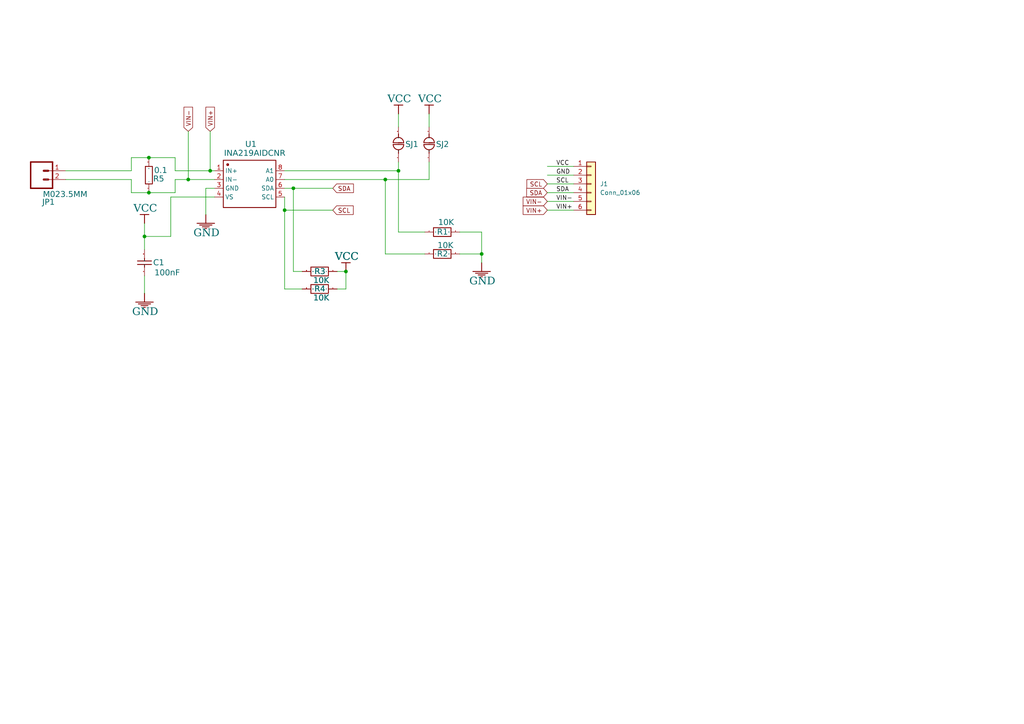
<source format=kicad_sch>
(kicad_sch (version 20231120) (generator "eeschema") (generator_version "8.0")
  (paper "A4")
  (lib_symbols
    (symbol "0805F104M101NT"
      (property "Reference" "C1" (at 2.54 0.8763 0))
      (property "Value" "100nF" (at 2.54 -1.9939 0))
      (symbol "0805F104M101NT_0_0"
        (polyline (pts (xy -2.032 -0.508) (xy 2.032 -0.508)) (stroke (width 0.254)))
        (polyline (pts (xy -2.032 0.508) (xy 2.032 0.508)) (stroke (width 0.254)))
        (polyline (pts (xy 0 -1.27) (xy 0 -0.508)) (stroke (width 0.254)))
        (polyline (pts (xy 0 0.508) (xy 0 1.27)) (stroke (width 0.254)))
        (pin input line (at 0 -3.81 90) (length 2.54) (name "1") (number "1"))
        (pin input line (at 0 3.81 270) (length 2.54) (name "2") (number "2"))
      )
    )
    (symbol "CUM2512-24FR100"
      (property "Reference" "R5" (at 1.27 -0.2159 0))
      (property "Value" "0.1" (at 1.27 2.2987 0))
      (symbol "CUM2512-24FR100_0_0"
        (rectangle (start -1.016 2.54) (end 1.016 -2.54) (stroke (width 0.254)))
        (pin unspecified line (at 0 5.08 270) (length 2.54) (name "1") (number "1"))
        (pin unspecified line (at 0 -5.08 90) (length 2.54) (name "2") (number "2"))
      )
    )
    (symbol "Connector_Generic:Conn_01x06" (pin_names (offset 1.016) hide)
      (property "Reference" "J" (at 0 7.62 0))
      (property "Value" "Conn_01x06" (at 0 -10.16 0))
      (symbol "Conn_01x06_1_1"
        (rectangle (start -1.27 -7.493) (end 0 -7.747) (stroke (width 0.1524)))
        (rectangle (start -1.27 -4.953) (end 0 -5.207) (stroke (width 0.1524)))
        (rectangle (start -1.27 -2.413) (end 0 -2.667) (stroke (width 0.1524)))
        (rectangle (start -1.27 0.127) (end 0 -0.127) (stroke (width 0.1524)))
        (rectangle (start -1.27 2.667) (end 0 2.413) (stroke (width 0.1524)))
        (rectangle (start -1.27 5.207) (end 0 4.953) (stroke (width 0.1524)))
        (rectangle (start -1.27 6.35) (end 1.27 -8.89) (stroke (width 0.254)) (fill (type background)))
        (pin passive line (at -5.08 5.08 0) (length 3.81) (name "Pin_1") (number "1"))
        (pin passive line (at -5.08 2.54 0) (length 3.81) (name "Pin_2") (number "2"))
        (pin passive line (at -5.08 0 0) (length 3.81) (name "Pin_3") (number "3"))
        (pin passive line (at -5.08 -2.54 0) (length 3.81) (name "Pin_4") (number "4"))
        (pin passive line (at -5.08 -5.08 0) (length 3.81) (name "Pin_5") (number "5"))
        (pin passive line (at -5.08 -7.62 0) (length 3.81) (name "Pin_6") (number "6"))
      )
    )
    (symbol "GND" (power) (pin_numbers hide) (pin_names hide)
      (property "Value" "GND" (at 0 6.35 0))
      (symbol "GND_0_0"
        (polyline (pts (xy -2.54 -2.54) (xy 2.54 -2.54)) (stroke (width 0.254)))
        (polyline (pts (xy -1.778 -3.048) (xy 1.778 -3.048)) (stroke (width 0.254)))
        (polyline (pts (xy -1.016 -3.556) (xy 1.016 -3.556)) (stroke (width 0.254)))
        (polyline (pts (xy -0.254 -4.064) (xy 0.254 -4.064)) (stroke (width 0.254)))
        (polyline (pts (xy 0 0) (xy 0 -2.54)) (stroke (width 0.254)))
        (pin power_in line (at 0 0 270) (length 0) (name "GND") (number "1"))
      )
    )
    (symbol "M023.5MM"
      (property "Reference" "JP1" (at -1.4732 -7.2263 0))
      (property "Value" "M023.5MM" (at -1.4732 -4.9149 0))
      (symbol "M023.5MM_0_0"
        (polyline (pts (xy -4.826 -4.064) (xy -4.826 3.556)) (stroke (width 0.4064)))
        (polyline (pts (xy -4.826 -4.064) (xy 1.524 -4.064)) (stroke (width 0.4064)))
        (polyline (pts (xy -1.016 -1.524) (xy 0.254 -1.524)) (stroke (width 0.6096)))
        (polyline (pts (xy -1.016 1.016) (xy 0.254 1.016)) (stroke (width 0.6096)))
        (polyline (pts (xy 1.524 3.556) (xy -4.826 3.556)) (stroke (width 0.4064)))
        (polyline (pts (xy 1.524 3.556) (xy 1.524 -4.064)) (stroke (width 0.4064)))
        (pin bidirectional line (at 5.334 1.016 180) (length 4.9784) (name "1") (number "1"))
        (pin bidirectional line (at 5.334 -1.524 180) (length 4.9784) (name "2") (number "2"))
      )
    )
    (symbol "SOLDERJUMPERNC_TR"
      (property "Reference" "SJ1" (at 2.032 0.9017 0))
      (symbol "SOLDERJUMPERNC_TR_0_0"
        (arc (start -1.524 0) (mid -0.0126 -1.5241) (end 1.524 -0.0254) (stroke (width 0.254)))
        (polyline (pts (xy -1.524 0) (xy 0 0)) (stroke (width 0.254)))
        (polyline (pts (xy 0 -2.54) (xy 0 -1.524)) (stroke (width 0.254)))
        (polyline (pts (xy 0 0) (xy 1.524 -0.0254)) (stroke (width 0.254)))
        (polyline (pts (xy 0 0.4826) (xy -1.524 0.5334)) (stroke (width 0.254)))
        (polyline (pts (xy 0 2.032) (xy 0 3.048)) (stroke (width 0.254)))
        (polyline (pts (xy 1.016 0.508) (xy 0 0.508)) (stroke (width 0.254)))
        (polyline (pts (xy 1.4986 0.4826) (xy 0 0.4826)) (stroke (width 0.254)))
        (arc (start 1.4986 0.4826) (mid 0.0129 2.0323) (end -1.524 0.5334) (stroke (width 0.254)))
        (pin unspecified line (at 0 -5.08 90) (length 2.54) (name "1") (number "1"))
        (pin unspecified line (at 0 5.08 270) (length 2.54) (name "2") (number "2"))
      )
    )
    (symbol "SOLDERJUMPERNC_TR_1"
      (property "Reference" "SJ2" (at 2.032 0.9017 0))
      (symbol "SOLDERJUMPERNC_TR_1_0_0"
        (arc (start -1.524 0) (mid -0.0126 -1.5241) (end 1.524 -0.0254) (stroke (width 0.254)))
        (polyline (pts (xy -1.524 0) (xy 0 0)) (stroke (width 0.254)))
        (polyline (pts (xy 0 -2.54) (xy 0 -1.524)) (stroke (width 0.254)))
        (polyline (pts (xy 0 0) (xy 1.524 -0.0254)) (stroke (width 0.254)))
        (polyline (pts (xy 0 0.4826) (xy -1.524 0.5334)) (stroke (width 0.254)))
        (polyline (pts (xy 0 2.032) (xy 0 3.048)) (stroke (width 0.254)))
        (polyline (pts (xy 1.016 0.508) (xy 0 0.508)) (stroke (width 0.254)))
        (polyline (pts (xy 1.4986 0.4826) (xy 0 0.4826)) (stroke (width 0.254)))
        (arc (start 1.4986 0.4826) (mid 0.0129 2.0323) (end -1.524 0.5334) (stroke (width 0.254)))
        (pin unspecified line (at 0 -5.08 90) (length 2.54) (name "1") (number "1"))
        (pin unspecified line (at 0 5.08 270) (length 2.54) (name "2") (number "2"))
      )
    )
    (symbol "Unknown_285_210"
      (property "Reference" "U1" (at -1.2446 12.3571 0))
      (property "Value" "INA219AIDCNR" (at -7.62 9.8171 0))
      (symbol "Unknown_285_210_0_0"
        (rectangle (start -7.62 6.858) (end 7.62 -6.858) (stroke (width 0.254)))
        (circle (center -6.35 5.588) (radius 0.254) (stroke (width 0.254)) (fill (type outline)))
        (circle (center -6.35 5.588) (radius 0.254) (stroke (width 0.254)) (fill (type outline)))
        (pin unspecified line (at -10.16 3.81 0) (length 2.54) (name "IN+") (number "1"))
        (pin unspecified line (at -10.16 1.27 0) (length 2.54) (name "IN-") (number "2"))
        (pin unspecified line (at -10.16 -1.27 0) (length 2.54) (name "GND") (number "3"))
        (pin unspecified line (at -10.16 -3.81 0) (length 2.54) (name "VS") (number "4"))
        (pin unspecified line (at 10.16 -3.81 180) (length 2.54) (name "SCL") (number "5"))
        (pin unspecified line (at 10.16 -1.27 180) (length 2.54) (name "SDA") (number "6"))
        (pin unspecified line (at 10.16 1.27 180) (length 2.54) (name "A0") (number "7"))
        (pin unspecified line (at 10.16 3.81 180) (length 2.54) (name "A1") (number "8"))
      )
    )
    (symbol "VCC" (power) (pin_numbers hide) (pin_names hide)
      (property "Value" "VCC" (at 0 3.81 0))
      (symbol "VCC_0_0"
        (polyline (pts (xy -1.27 -2.54) (xy 1.27 -2.54)) (stroke (width 0.254)))
        (polyline (pts (xy 0 0) (xy 0 -2.54)) (stroke (width 0.254)))
        (pin power_in line (at 0 0 270) (length 0) (name "VCC") (number "1"))
      )
    )
    (symbol "贴片电阻CHIPRESISTORS"
      (property "Reference" "R1" (at -1.4986 0.8763 0))
      (property "Value" "10K" (at -1.4986 3.7211 0))
      (symbol "贴片电阻CHIPRESISTORS_0_0"
        (rectangle (start -2.54 1.27) (end 2.54 -1.27) (stroke (width 0.254)))
        (pin unspecified line (at -5.08 0 0) (length 2.54) (name "1") (number "1"))
        (pin unspecified line (at 5.08 0 180) (length 2.54) (name "2") (number "2"))
      )
    )
    (symbol "贴片电阻CHIPRESISTORS_1"
      (property "Reference" "R2" (at -1.4986 0.8763 0))
      (property "Value" "10K" (at -1.6764 3.3909 0))
      (symbol "贴片电阻CHIPRESISTORS_1_0_0"
        (rectangle (start -2.54 1.27) (end 2.54 -1.27) (stroke (width 0.254)))
        (pin unspecified line (at -5.08 0 0) (length 2.54) (name "1") (number "1"))
        (pin unspecified line (at 5.08 0 180) (length 2.54) (name "2") (number "2"))
      )
    )
    (symbol "贴片电阻CHIPRESISTORS_2"
      (property "Reference" "R4" (at -1.4986 0.8763 0))
      (property "Value" "10K" (at -2.1336 -1.6637 0))
      (symbol "贴片电阻CHIPRESISTORS_2_0_0"
        (rectangle (start -2.54 1.27) (end 2.54 -1.27) (stroke (width 0.254)))
        (pin unspecified line (at -5.08 0 0) (length 2.54) (name "1") (number "1"))
        (pin unspecified line (at 5.08 0 180) (length 2.54) (name "2") (number "2"))
      )
    )
    (symbol "贴片电阻CHIPRESISTORS_3"
      (property "Reference" "R3" (at -1.4986 0.8763 0))
      (property "Value" "10K" (at -2.1336 -1.6637 0))
      (symbol "贴片电阻CHIPRESISTORS_3_0_0"
        (rectangle (start -2.54 1.27) (end 2.54 -1.27) (stroke (width 0.254)))
        (pin unspecified line (at -5.08 0 0) (length 2.54) (name "1") (number "1"))
        (pin unspecified line (at 5.08 0 180) (length 2.54) (name "2") (number "2"))
      )
    )
  )
  (junction (at 111.76 52.07))
  (junction (at 60.96 49.53))
  (junction (at 82.55 60.96))
  (junction (at 85.09 54.61))
  (junction (at 43.18 55.88))
  (junction (at 139.7 73.66))
  (junction (at 100.33 78.74))
  (junction (at 54.61 52.07))
  (junction (at 41.91 68.58))
  (junction (at 115.57 49.53))
  (junction (at 43.18 45.72))
  (wire (pts (xy 115.57 46.99) (xy 115.57 49.53)))
  (wire (pts (xy 158.75 55.88) (xy 166.37 55.88)))
  (wire (pts (xy 97.79 83.82) (xy 100.33 83.82)))
  (wire (pts (xy 62.23 57.15) (xy 49.53 57.15)))
  (wire (pts (xy 82.55 52.07) (xy 111.76 52.07)))
  (wire (pts (xy 158.75 53.34) (xy 166.37 53.34)))
  (wire (pts (xy 19.05 52.07) (xy 38.1 52.07)))
  (wire (pts (xy 158.75 60.96) (xy 166.37 60.96)))
  (wire (pts (xy 19.05 49.53) (xy 38.1 49.53)))
  (wire (pts (xy 115.57 67.31) (xy 115.57 49.53)))
  (wire (pts (xy 158.75 50.8) (xy 166.37 50.8)))
  (wire (pts (xy 41.91 80.01) (xy 41.91 85.09)))
  (wire (pts (xy 124.46 36.83) (xy 124.46 33.02)))
  (wire (pts (xy 50.8 45.72) (xy 50.8 49.53)))
  (wire (pts (xy 82.55 57.15) (xy 82.55 60.96)))
  (wire (pts (xy 87.63 78.74) (xy 85.09 78.74)))
  (wire (pts (xy 85.09 78.74) (xy 85.09 54.61)))
  (wire (pts (xy 115.57 49.53) (xy 82.55 49.53)))
  (wire (pts (xy 124.46 52.07) (xy 124.46 46.99)))
  (wire (pts (xy 38.1 49.53) (xy 38.1 45.72)))
  (wire (pts (xy 38.1 52.07) (xy 38.1 55.88)))
  (wire (pts (xy 50.8 49.53) (xy 60.96 49.53)))
  (wire (pts (xy 38.1 45.72) (xy 43.18 45.72)))
  (wire (pts (xy 49.53 57.15) (xy 49.53 68.58)))
  (wire (pts (xy 38.1 55.88) (xy 43.18 55.88)))
  (wire (pts (xy 85.09 54.61) (xy 96.52 54.61)))
  (wire (pts (xy 139.7 73.66) (xy 139.7 67.31)))
  (wire (pts (xy 43.18 55.88) (xy 50.8 55.88)))
  (wire (pts (xy 82.55 83.82) (xy 82.55 60.96)))
  (wire (pts (xy 50.8 55.88) (xy 50.8 52.07)))
  (wire (pts (xy 115.57 33.02) (xy 115.57 36.83)))
  (wire (pts (xy 158.75 48.26) (xy 166.37 48.26)))
  (wire (pts (xy 41.91 68.58) (xy 41.91 72.39)))
  (wire (pts (xy 97.79 78.74) (xy 100.33 78.74)))
  (wire (pts (xy 62.23 54.61) (xy 59.69 54.61)))
  (wire (pts (xy 82.55 54.61) (xy 85.09 54.61)))
  (wire (pts (xy 133.35 73.66) (xy 139.7 73.66)))
  (wire (pts (xy 50.8 52.07) (xy 54.61 52.07)))
  (wire (pts (xy 158.75 58.42) (xy 166.37 58.42)))
  (wire (pts (xy 100.33 78.74) (xy 100.33 83.82)))
  (wire (pts (xy 49.53 68.58) (xy 41.91 68.58)))
  (wire (pts (xy 59.69 54.61) (xy 59.69 62.23)))
  (wire (pts (xy 41.91 64.77) (xy 41.91 68.58)))
  (wire (pts (xy 139.7 76.2) (xy 139.7 73.66)))
  (wire (pts (xy 111.76 52.07) (xy 124.46 52.07)))
  (wire (pts (xy 60.96 49.53) (xy 62.23 49.53)))
  (wire (pts (xy 43.18 45.72) (xy 50.8 45.72)))
  (wire (pts (xy 60.96 38.1) (xy 60.96 49.53)))
  (wire (pts (xy 111.76 73.66) (xy 111.76 52.07)))
  (wire (pts (xy 133.35 67.31) (xy 139.7 67.31)))
  (wire (pts (xy 54.61 52.07) (xy 62.23 52.07)))
  (wire (pts (xy 87.63 83.82) (xy 82.55 83.82)))
  (wire (pts (xy 115.57 67.31) (xy 123.19 67.31)))
  (wire (pts (xy 123.19 73.66) (xy 111.76 73.66)))
  (wire (pts (xy 82.55 60.96) (xy 96.52 60.96)))
  (wire (pts (xy 54.61 38.1) (xy 54.61 52.07)))
  (label "VCC" (at 161.29 48.26 0))
  (label "VIN+" (at 161.29 60.96 0))
  (label "GND" (at 161.29 50.8 0))
  (label "SDA" (at 161.29 55.88 0))
  (label "VIN-" (at 161.29 58.42 0))
  (label "SCL" (at 161.29 53.34 0))
  (global_label "VIN+" (shape input) (at 60.96 38.1 90) (property "Intersheetrefs" "${INTERSHEET_REFS}" (effects (hide yes))))
  (global_label "VIN-" (shape input) (at 158.75 58.42 180) (property "Intersheetrefs" "${INTERSHEET_REFS}" (effects (hide yes))))
  (global_label "SCL" (shape input) (at 96.52 60.96 0) (property "Intersheetrefs" "${INTERSHEET_REFS}" (effects (hide yes))))
  (global_label "SDA" (shape input) (at 158.75 55.88 180) (property "Intersheetrefs" "${INTERSHEET_REFS}" (effects (hide yes))))
  (global_label "VIN-" (shape input) (at 54.61 38.1 90) (property "Intersheetrefs" "${INTERSHEET_REFS}" (effects (hide yes))))
  (global_label "SCL" (shape input) (at 158.75 53.34 180) (property "Intersheetrefs" "${INTERSHEET_REFS}" (effects (hide yes))))
  (global_label "SDA" (shape input) (at 96.52 54.61 0) (property "Intersheetrefs" "${INTERSHEET_REFS}" (effects (hide yes))))
  (global_label "VIN+" (shape input) (at 158.75 60.96 180) (property "Intersheetrefs" "${INTERSHEET_REFS}" (effects (hide yes))))
  (symbol (lib_id "M023.5MM") (at 13.716 50.546 0) (unit 1)
    (property "Reference" "JP1" (at 12.2428 57.7723 0) (effects (font (size 1.6891 1.6891)) (justify left top)))
    (property "Value" "M023.5MM" (at 12.2428 55.4609 0) (effects (font (size 1.6891 1.6891)) (justify left top)))
    (property "Footprint" "Basic:TerminalBlock_4Ucon_1x02_P3.50mm_Horizontal_small" (effects (hide yes)))
  )
  (symbol (lib_id "贴片电阻CHIPRESISTORS_3") (at 92.71 78.74 0) (unit 1)
    (property "Reference" "R3" (at 91.2114 77.8637 0) (effects (font (size 1.6891 1.6891)) (justify left top)))
    (property "Value" "10K" (at 90.5764 80.4037 0) (effects (font (size 1.6891 1.6891)) (justify left top)))
    (property "Footprint" "Resistor_SMD:R_0603_1608Metric" (effects (hide yes)))
    (property "Datasheet" "https://atta.szlcsc.comnull" (effects (hide yes)))
    (property "BOM_Manufacturer Part" "贴片电阻ChipResistors" (effects (hide yes)))
    (property "BOM_Manufacturer" "null" (effects (hide yes)))
    (property "BOM_Supplier Part" "C9900014833" (effects (hide yes)))
    (property "BOM_Supplier" "LCSC" (effects (hide yes)))
  )
  (symbol (lib_id "VCC") (at 115.57 33.02 0) (mirror x) (unit 0)
    (property "Reference" "#PWR107" (effects (hide yes)))
    (property "Value" "VCC" (at 112.522 29.972 0) (effects (font (size 2.1717 2.1717)) (justify left top)))
    (property "Description" "Power symbol creates a global label with name 'VCC'" (effects (hide yes)))
  )
  (symbol (lib_id "贴片电阻CHIPRESISTORS_1") (at 128.27 73.66 0) (unit 1)
    (property "Reference" "R2" (at 126.7714 72.7837 0) (effects (font (size 1.6891 1.6891)) (justify left top)))
    (property "Value" "10K" (at 126.5936 70.2691 0) (effects (font (size 1.6891 1.6891)) (justify left top)))
    (property "Footprint" "Resistor_SMD:R_0603_1608Metric" (effects (hide yes)))
    (property "Datasheet" "https://atta.szlcsc.comnull" (effects (hide yes)))
    (property "BOM_Manufacturer Part" "贴片电阻ChipResistors" (effects (hide yes)))
    (property "BOM_Manufacturer" "null" (effects (hide yes)))
    (property "BOM_Supplier Part" "C9900014833" (effects (hide yes)))
    (property "BOM_Supplier" "LCSC" (effects (hide yes)))
  )
  (symbol (lib_id "贴片电阻CHIPRESISTORS_2") (at 92.71 83.82 0) (unit 1)
    (property "Reference" "R4" (at 91.2114 82.9437 0) (effects (font (size 1.6891 1.6891)) (justify left top)))
    (property "Value" "10K" (at 90.5764 85.4837 0) (effects (font (size 1.6891 1.6891)) (justify left top)))
    (property "Footprint" "Resistor_SMD:R_0603_1608Metric" (effects (hide yes)))
    (property "Datasheet" "https://atta.szlcsc.comnull" (effects (hide yes)))
    (property "BOM_Manufacturer Part" "贴片电阻ChipResistors" (effects (hide yes)))
    (property "BOM_Manufacturer" "null" (effects (hide yes)))
    (property "BOM_Supplier Part" "C9900014833" (effects (hide yes)))
    (property "BOM_Supplier" "LCSC" (effects (hide yes)))
  )
  (symbol (lib_id "0805F104M101NT") (at 41.91 76.2 0) (unit 1)
    (property "Reference" "C1" (at 44.45 75.3237 0) (effects (font (size 1.6891 1.6891)) (justify left top)))
    (property "Value" "100nF" (at 44.45 78.1939 0) (effects (font (size 1.6891 1.6891)) (justify left top)))
    (property "Footprint" "Capacitor_SMD:C_0603_1608Metric" (effects (hide yes)))
    (property "BOM_Manufacturer Part" "0805F104M101NT" (effects (hide yes)))
    (property "BOM_Manufacturer" "FH" (effects (hide yes)))
    (property "BOM_Supplier Part" "C111591" (effects (hide yes)))
    (property "BOM_Supplier" "LCSC" (effects (hide yes)))
  )
  (symbol (lib_id "GND") (at 41.91 85.09 0) (unit 0)
    (property "Reference" "#PWR104" (effects (hide yes)))
    (property "Value" "GND" (at 38.608 91.694 0) (effects (font (size 2.1717 2.1717)) (justify left bottom)))
    (property "Description" "Power symbol creates a global label with name 'GND'" (effects (hide yes)))
  )
  (symbol (lib_id "GND") (at 59.69 62.23 0) (unit 0)
    (property "Reference" "#PWR103" (effects (hide yes)))
    (property "Value" "GND" (at 56.388 68.834 0) (effects (font (size 2.1717 2.1717)) (justify left bottom)))
    (property "Description" "Power symbol creates a global label with name 'GND'" (effects (hide yes)))
  )
  (symbol (lib_id "CUM2512-24FR100") (at 43.18 50.8 0) (unit 1)
    (property "Reference" "R5" (at 44.45 51.0159 0) (effects (font (size 1.6891 1.6891)) (justify left top)))
    (property "Value" "0.1" (at 44.45 48.5013 0) (effects (font (size 1.6891 1.6891)) (justify left top)))
    (property "Footprint" "Basic:R_2512" (effects (hide yes)))
    (property "BOM_Manufacturer Part" "MA251220JR100FZ" (effects (hide yes)))
    (property "BOM_Manufacturer" "Ever Ohms Tech" (effects (hide yes)))
    (property "BOM_Supplier Part" "C252670" (effects (hide yes)))
    (property "BOM_Supplier" "LCSC" (effects (hide yes)))
  )
  (symbol (lib_id "贴片电阻CHIPRESISTORS") (at 128.27 67.31 0) (unit 1)
    (property "Reference" "R1" (at 126.7714 66.4337 0) (effects (font (size 1.6891 1.6891)) (justify left top)))
    (property "Value" "10K" (at 126.7714 63.5889 0) (effects (font (size 1.6891 1.6891)) (justify left top)))
    (property "Footprint" "Resistor_SMD:R_0603_1608Metric" (effects (hide yes)))
    (property "Datasheet" "https://atta.szlcsc.comnull" (effects (hide yes)))
    (property "BOM_Manufacturer Part" "贴片电阻ChipResistors" (effects (hide yes)))
    (property "BOM_Manufacturer" "null" (effects (hide yes)))
    (property "BOM_Supplier Part" "C9900014833" (effects (hide yes)))
    (property "BOM_Supplier" "LCSC" (effects (hide yes)))
  )
  (symbol (lib_id "VCC") (at 100.33 78.74 0) (mirror x) (unit 0)
    (property "Reference" "#PWR102" (effects (hide yes)))
    (property "Value" "VCC" (at 97.282 75.692 0) (effects (font (size 2.1717 2.1717)) (justify left top)))
    (property "Description" "Power symbol creates a global label with name 'VCC'" (effects (hide yes)))
  )
  (symbol (lib_id "GND") (at 139.7 76.2 0) (unit 0)
    (property "Reference" "#PWR105" (effects (hide yes)))
    (property "Value" "GND" (at 136.398 82.804 0) (effects (font (size 2.1717 2.1717)) (justify left bottom)))
    (property "Description" "Power symbol creates a global label with name 'GND'" (effects (hide yes)))
  )
  (symbol (lib_id "SOLDERJUMPERNC_TR_1") (at 124.46 41.91 0) (unit 1)
    (property "Reference" "SJ2" (at 126.492 41.0083 0) (effects (font (size 1.6891 1.6891)) (justify left top)))
    (property "Value" "SOLDERJUMPERNC_TR" (effects (hide yes)))
    (property "Footprint" "Basic:SolderJumper_2" (effects (hide yes)))
  )
  (symbol (lib_id "Connector_Generic:Conn_01x06") (at 171.45 53.34 0) (unit 1)
    (property "Reference" "J1" (at 173.99 53.3399 0) (effects (justify left)))
    (property "Value" "Conn_01x06" (at 173.99 55.8799 0) (effects (justify left)))
    (property "Footprint" "Connector_PinHeader_2.54mm:PinHeader_1x06_P2.54mm_Vertical" (effects (hide yes)))
    (property "Description" "Generic connector, single row, 01x06, script generated (kicad-library-utils/schlib/autogen/connector/)" (effects (hide yes)))
  )
  (symbol (lib_id "VCC") (at 41.91 64.77 0) (mirror x) (unit 0)
    (property "Reference" "#PWR101" (effects (hide yes)))
    (property "Value" "VCC" (at 38.862 61.722 0) (effects (font (size 2.1717 2.1717)) (justify left top)))
    (property "Description" "Power symbol creates a global label with name 'VCC'" (effects (hide yes)))
  )
  (symbol (lib_id "Unknown_285_210") (at 72.39 53.34 0) (unit 1)
    (property "Reference" "U1" (at 71.1454 40.9829 0) (effects (font (size 1.6891 1.6891)) (justify left top)))
    (property "Value" "INA219AIDCNR" (at 64.77 43.5229 0) (effects (font (size 1.6891 1.6891)) (justify left top)))
    (property "Footprint" "Package_TO_SOT_SMD:SOT-23-8" (effects (hide yes)))
    (property "BOM_Manufacturer Part" "INA219AIDCNR" (effects (hide yes)))
    (property "BOM_Manufacturer" "TI" (effects (hide yes)))
    (property "BOM_Supplier Part" "C87469" (effects (hide yes)))
    (property "BOM_Supplier" "LCSC" (effects (hide yes)))
  )
  (symbol (lib_id "SOLDERJUMPERNC_TR") (at 115.57 41.91 0) (unit 1)
    (property "Reference" "SJ1" (at 117.602 41.0083 0) (effects (font (size 1.6891 1.6891)) (justify left top)))
    (property "Value" "SOLDERJUMPERNC_TR" (effects (hide yes)))
    (property "Footprint" "Basic:SolderJumper_2" (effects (hide yes)))
  )
  (symbol (lib_id "VCC") (at 124.46 33.02 0) (mirror x) (unit 0)
    (property "Reference" "#PWR106" (effects (hide yes)))
    (property "Value" "VCC" (at 121.412 29.972 0) (effects (font (size 2.1717 2.1717)) (justify left top)))
    (property "Description" "Power symbol creates a global label with name 'VCC'" (effects (hide yes)))
  )
)
</source>
